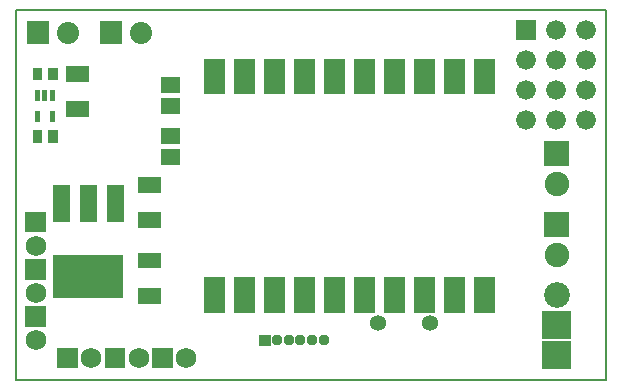
<source format=gbr>
G04 start of page 7 for group -4062 idx -4062 *
G04 Title: (unknown), soldermask *
G04 Creator: pcb 1.99z *
G04 CreationDate: Tue May  7 13:19:40 2013 UTC *
G04 For: matt *
G04 Format: Gerber/RS-274X *
G04 PCB-Dimensions (mil): 2165.35 1377.95 *
G04 PCB-Coordinate-Origin: lower left *
%MOIN*%
%FSLAX25Y25*%
%LNBOTTOMMASK*%
%ADD121R,0.0171X0.0171*%
%ADD120R,0.1440X0.1440*%
%ADD119R,0.0316X0.0316*%
%ADD118R,0.0580X0.0580*%
%ADD117R,0.0532X0.0532*%
%ADD116R,0.0699X0.0699*%
%ADD115C,0.0660*%
%ADD114C,0.0817*%
%ADD113C,0.0860*%
%ADD112C,0.0533*%
%ADD111C,0.0739*%
%ADD110C,0.0691*%
%ADD109C,0.0374*%
%ADD108C,0.0001*%
%ADD107C,0.0059*%
G54D107*X9843Y134488D02*Y11063D01*
X206693Y134488D02*Y11063D01*
X9843D02*X206693D01*
X9843Y134488D02*X206693D01*
G54D108*G36*
X23713Y21799D02*Y14894D01*
X30618D01*
Y21799D01*
X23713D01*
G37*
G36*
X91043Y26122D02*Y22382D01*
X94783D01*
Y26122D01*
X91043D01*
G37*
G54D109*X96850Y24252D03*
X100787D03*
X104724D03*
X108661D03*
X112598D03*
G54D110*X35039Y18346D03*
G54D108*G36*
X55209Y21799D02*Y14894D01*
X62114D01*
Y21799D01*
X55209D01*
G37*
G54D110*X66535Y18346D03*
G54D108*G36*
X39461Y21799D02*Y14894D01*
X46366D01*
Y21799D01*
X39461D01*
G37*
G54D110*X50787Y18346D03*
G54D108*G36*
X13083Y67075D02*Y60169D01*
X19988D01*
Y67075D01*
X13083D01*
G37*
G36*
X13629Y130505D02*Y123117D01*
X21017D01*
Y130505D01*
X13629D01*
G37*
G54D111*X27323Y126811D03*
G54D108*G36*
X38039Y130505D02*Y123117D01*
X45426D01*
Y130505D01*
X38039D01*
G37*
G54D111*X51732Y126811D03*
G54D110*X16535Y55748D03*
G54D108*G36*
X13083Y51327D02*Y44421D01*
X19988D01*
Y51327D01*
X13083D01*
G37*
G54D110*X16535Y40000D03*
G54D108*G36*
X13083Y35579D02*Y28673D01*
X19988D01*
Y35579D01*
X13083D01*
G37*
G54D110*X16535Y24252D03*
G54D112*X148031Y30079D03*
X130709D03*
G54D108*G36*
X185357Y24131D02*Y14531D01*
X194957D01*
Y24131D01*
X185357D01*
G37*
G36*
Y34131D02*Y24531D01*
X194957D01*
Y34131D01*
X185357D01*
G37*
G54D113*X190157Y39331D03*
G54D108*G36*
X186070Y66883D02*Y58708D01*
X194245D01*
Y66883D01*
X186070D01*
G37*
G54D114*X190157Y52795D03*
G54D108*G36*
X186070Y90505D02*Y82330D01*
X194245D01*
Y90505D01*
X186070D01*
G37*
G54D114*X190157Y76417D03*
G54D108*G36*
X176700Y131095D02*Y124495D01*
X183300D01*
Y131095D01*
X176700D01*
G37*
G54D115*X180000Y117795D03*
X190000Y127795D03*
X200000D03*
X190000Y117795D03*
X200000D03*
X180000Y107795D03*
X190000D03*
X200000D03*
X180000Y97795D03*
X190000D03*
X200000D03*
G54D116*X106142Y114406D02*Y109768D01*
X86142Y114406D02*Y109768D01*
X96142Y114406D02*Y109768D01*
X136142Y114406D02*Y109768D01*
X166142Y114406D02*Y109768D01*
X156142Y114406D02*Y109768D01*
X146142Y114406D02*Y109768D01*
X126142Y114406D02*Y109768D01*
X116142Y114406D02*Y109768D01*
X126181Y41925D02*Y36925D01*
X116181Y41925D02*Y36925D01*
X106181Y41925D02*Y36925D01*
X86181Y41925D02*Y36925D01*
X96181Y41925D02*Y36925D01*
X76181Y41925D02*Y36925D01*
G54D117*X61024Y85276D02*X61810D01*
X61024Y92362D02*X61810D01*
G54D118*X25039Y73221D02*Y66621D01*
G54D119*X17126Y92657D02*Y91673D01*
X22244Y92657D02*Y91673D01*
G54D117*X53347Y39017D02*X55709D01*
X53347Y50827D02*X55709D01*
X53347Y76024D02*X55709D01*
X53347Y64214D02*X55709D01*
G54D120*X29539Y45521D02*X38539D01*
G54D118*X34039Y73221D02*Y66621D01*
X43139Y73221D02*Y66621D01*
G54D116*X136181Y41925D02*Y36925D01*
X146181Y41925D02*Y36925D01*
X156181Y41925D02*Y36925D01*
X166181Y41925D02*Y36925D01*
G54D117*X61024Y109291D02*X61810D01*
X61024Y102205D02*X61810D01*
G54D116*X76142Y114406D02*Y109768D01*
G54D117*X29134Y101221D02*X31496D01*
G54D121*X22175Y99707D02*Y97707D01*
X17075Y99707D02*Y97707D01*
Y106707D02*Y104707D01*
X19575Y106707D02*Y104707D01*
X22175Y106707D02*Y104707D01*
G54D117*X29134Y113031D02*X31496D01*
G54D119*X22244Y113523D02*Y112539D01*
X17126Y113523D02*Y112539D01*
M02*

</source>
